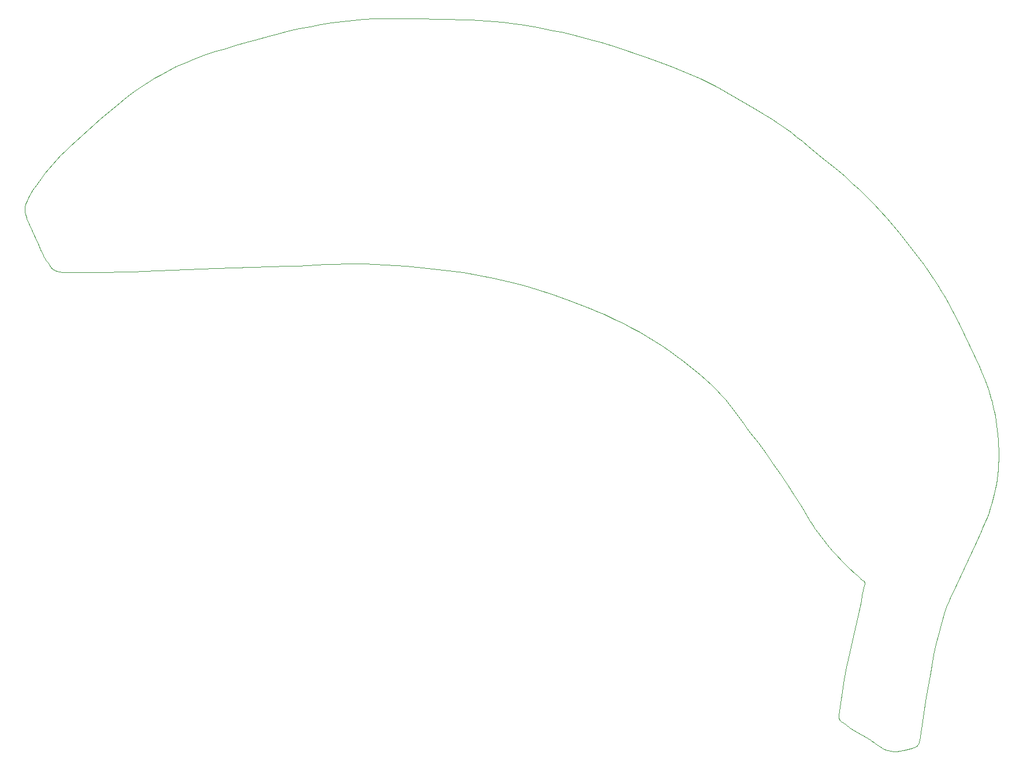
<source format=gbr>
%TF.GenerationSoftware,KiCad,Pcbnew,8.0.4-8.0.4-0~ubuntu22.04.1*%
%TF.CreationDate,2024-11-20T16:55:02+01:00*%
%TF.ProjectId,HH2025badge,48483230-3235-4626-9164-67652e6b6963,rev?*%
%TF.SameCoordinates,Original*%
%TF.FileFunction,Profile,NP*%
%FSLAX46Y46*%
G04 Gerber Fmt 4.6, Leading zero omitted, Abs format (unit mm)*
G04 Created by KiCad (PCBNEW 8.0.4-8.0.4-0~ubuntu22.04.1) date 2024-11-20 16:55:02*
%MOMM*%
%LPD*%
G01*
G04 APERTURE LIST*
%TA.AperFunction,Profile*%
%ADD10C,0.100000*%
%TD*%
G04 APERTURE END LIST*
D10*
X187853437Y-27780947D02*
X193168942Y-27863157D01*
X195499714Y-27906395D01*
X196669218Y-27944655D01*
X197839287Y-27998263D01*
X199008287Y-28070412D01*
X200174582Y-28164289D01*
X201336538Y-28283087D01*
X202492521Y-28429998D01*
X204449870Y-28720860D01*
X206401889Y-29047166D01*
X208347514Y-29411842D01*
X210285681Y-29817810D01*
X212215324Y-30267999D01*
X214135379Y-30765331D01*
X216044782Y-31312733D01*
X217942469Y-31913130D01*
X222142713Y-33334632D01*
X224227764Y-34074441D01*
X226296428Y-34852770D01*
X228343954Y-35683975D01*
X230365588Y-36582417D01*
X231365211Y-37061340D01*
X232356578Y-37562456D01*
X233339095Y-38087561D01*
X234312170Y-38638449D01*
X238604133Y-41144501D01*
X239668288Y-41785543D01*
X240724118Y-42442957D01*
X241769227Y-43122023D01*
X242801222Y-43828021D01*
X243635944Y-44437215D01*
X244455500Y-45071175D01*
X245263577Y-45723671D01*
X246063863Y-46388475D01*
X247655805Y-47730084D01*
X248454837Y-48394432D01*
X249260823Y-49046169D01*
X250389623Y-49958468D01*
X251493779Y-50894923D01*
X252573804Y-51854772D01*
X253630211Y-52837257D01*
X254663513Y-53841620D01*
X255674224Y-54867098D01*
X256662855Y-55912934D01*
X257629920Y-56978366D01*
X258575934Y-58062635D01*
X259501408Y-59164983D01*
X261292789Y-61420873D01*
X263008168Y-63739956D01*
X264651650Y-66116157D01*
X265143127Y-66869848D01*
X265619358Y-67631298D01*
X266081360Y-68399991D01*
X266530148Y-69175409D01*
X267392149Y-70744353D01*
X268213495Y-72333989D01*
X269002314Y-73940179D01*
X269766740Y-75558786D01*
X271254935Y-78816692D01*
X271534432Y-79445136D01*
X271799434Y-80077001D01*
X272049885Y-80712442D01*
X272285726Y-81351616D01*
X272506902Y-81994680D01*
X272713355Y-82641790D01*
X272905029Y-83293104D01*
X273081865Y-83948778D01*
X273243808Y-84608968D01*
X273390799Y-85273831D01*
X273522783Y-85943525D01*
X273639702Y-86618205D01*
X273741499Y-87298028D01*
X273828116Y-87983152D01*
X273899498Y-88673732D01*
X273955587Y-89369925D01*
X274000348Y-90114061D01*
X274026718Y-90853632D01*
X274034464Y-91588790D01*
X274023353Y-92319689D01*
X273993153Y-93046478D01*
X273943631Y-93769309D01*
X273874554Y-94488336D01*
X273785689Y-95203710D01*
X273676804Y-95915583D01*
X273547666Y-96624106D01*
X273398043Y-97329433D01*
X273227701Y-98031714D01*
X273036407Y-98731101D01*
X272823930Y-99427746D01*
X272590036Y-100121802D01*
X272334492Y-100813421D01*
X272136896Y-101299971D01*
X271932007Y-101780555D01*
X271721346Y-102256199D01*
X271506429Y-102727929D01*
X270634615Y-104596230D01*
X267763683Y-110819868D01*
X266867942Y-112740033D01*
X266654357Y-113227391D01*
X266452130Y-113721248D01*
X266264869Y-114223391D01*
X266177979Y-114478128D01*
X266096183Y-114735605D01*
X265641756Y-116262582D01*
X265231663Y-117799068D01*
X264861002Y-119344228D01*
X264524874Y-120897223D01*
X264218375Y-122457217D01*
X263936607Y-124023372D01*
X263427660Y-127170821D01*
X262414312Y-133505228D01*
X262395528Y-133610089D01*
X262371967Y-133709545D01*
X262358352Y-133757266D01*
X262343489Y-133803661D01*
X262327361Y-133848738D01*
X262309950Y-133892505D01*
X262291238Y-133934970D01*
X262271207Y-133976142D01*
X262249840Y-134016029D01*
X262227118Y-134054639D01*
X262203026Y-134091981D01*
X262177542Y-134128063D01*
X262150652Y-134162894D01*
X262122336Y-134196481D01*
X262092576Y-134228832D01*
X262061355Y-134259957D01*
X262028655Y-134289864D01*
X261994458Y-134318560D01*
X261958748Y-134346055D01*
X261921504Y-134372355D01*
X261882710Y-134397470D01*
X261842349Y-134421408D01*
X261800401Y-134444179D01*
X261756851Y-134465788D01*
X261711678Y-134486245D01*
X261664866Y-134505559D01*
X261616398Y-134523737D01*
X261566254Y-134540787D01*
X261514417Y-134556719D01*
X261460871Y-134571540D01*
X260118613Y-134930999D01*
X259888565Y-134979205D01*
X259660433Y-135019058D01*
X259434232Y-135050031D01*
X259209975Y-135071598D01*
X258987678Y-135083230D01*
X258767355Y-135084401D01*
X258549020Y-135074584D01*
X258332688Y-135053251D01*
X258118373Y-135019877D01*
X257906090Y-134973933D01*
X257695852Y-134914892D01*
X257487674Y-134842226D01*
X257281572Y-134755410D01*
X257077557Y-134653917D01*
X256875647Y-134537217D01*
X256675854Y-134404786D01*
X255967642Y-133909777D01*
X255791537Y-133789918D01*
X255613837Y-133671847D01*
X255433552Y-133555673D01*
X255249695Y-133441514D01*
X254816921Y-133174603D01*
X254378937Y-132923305D01*
X253500571Y-132436401D01*
X253066806Y-132185220D01*
X252852723Y-132054292D01*
X252641059Y-131918504D01*
X252432228Y-131776887D01*
X252226642Y-131628467D01*
X252024715Y-131472269D01*
X251826861Y-131307319D01*
X251664497Y-131188282D01*
X251585860Y-131130873D01*
X251507601Y-131075023D01*
X251428734Y-131020843D01*
X251348271Y-130968449D01*
X251265223Y-130917953D01*
X251178605Y-130869470D01*
X251093535Y-130820986D01*
X251015698Y-130770346D01*
X250944957Y-130717436D01*
X250912204Y-130690097D01*
X250881173Y-130662149D01*
X250851848Y-130633581D01*
X250824210Y-130604377D01*
X250798242Y-130574524D01*
X250773929Y-130544008D01*
X250751251Y-130512816D01*
X250730193Y-130480936D01*
X250710735Y-130448350D01*
X250692863Y-130415048D01*
X250676558Y-130381014D01*
X250661803Y-130346237D01*
X250648581Y-130310701D01*
X250636874Y-130274394D01*
X250626666Y-130237300D01*
X250617940Y-130199409D01*
X250610678Y-130160704D01*
X250604861Y-130121172D01*
X250597502Y-130039576D01*
X250595723Y-129954510D01*
X250599387Y-129865865D01*
X250608356Y-129773531D01*
X250835600Y-128025850D01*
X251095671Y-126271190D01*
X251384922Y-124519578D01*
X251699698Y-122781040D01*
X251929491Y-121651515D01*
X252182343Y-120527543D01*
X252724250Y-118288044D01*
X253259472Y-116046112D01*
X253503968Y-114919099D01*
X253722062Y-113785316D01*
X253789743Y-113401092D01*
X253862856Y-113018846D01*
X254020364Y-112258460D01*
X254345411Y-110741339D01*
X254370227Y-110671423D01*
X254382170Y-110634492D01*
X254393069Y-110596531D01*
X254402373Y-110557751D01*
X254409530Y-110518369D01*
X254412131Y-110498517D01*
X254413989Y-110478595D01*
X254415035Y-110458629D01*
X254415201Y-110438646D01*
X254414416Y-110418672D01*
X254412613Y-110398732D01*
X254409723Y-110378856D01*
X254405675Y-110359069D01*
X254400403Y-110339399D01*
X254393837Y-110319871D01*
X254385907Y-110300512D01*
X254376546Y-110281350D01*
X254365684Y-110262409D01*
X254353252Y-110243718D01*
X254339182Y-110225305D01*
X254323404Y-110207192D01*
X254305851Y-110189410D01*
X254286452Y-110171984D01*
X254265140Y-110154941D01*
X254241844Y-110138306D01*
X254157343Y-110083004D01*
X254076190Y-110025489D01*
X253998011Y-109965980D01*
X253922430Y-109904696D01*
X253849073Y-109841854D01*
X253777563Y-109777674D01*
X253638586Y-109646171D01*
X253366294Y-109376707D01*
X253226976Y-109242240D01*
X253155210Y-109175837D01*
X253081539Y-109110278D01*
X252069717Y-108177461D01*
X251091865Y-107216311D01*
X250149735Y-106224628D01*
X249692612Y-105716648D01*
X249245074Y-105200208D01*
X248807340Y-104675033D01*
X248379629Y-104140847D01*
X247962160Y-103597375D01*
X247555151Y-103044342D01*
X247158820Y-102481473D01*
X246773385Y-101908492D01*
X246399066Y-101325122D01*
X246036081Y-100731091D01*
X245063488Y-99143348D01*
X244073985Y-97566961D01*
X243065557Y-96003559D01*
X242036192Y-94454778D01*
X240983875Y-92922251D01*
X239906593Y-91407611D01*
X238802331Y-89912489D01*
X237669077Y-88438521D01*
X237140394Y-87741491D01*
X236620525Y-87041044D01*
X235587778Y-85641749D01*
X235065174Y-84948824D01*
X234531928Y-84264332D01*
X233983181Y-83591231D01*
X233414066Y-82932486D01*
X232664955Y-82136618D01*
X231888139Y-81371361D01*
X231087230Y-80633299D01*
X230265837Y-79919013D01*
X229427570Y-79225084D01*
X228576039Y-78548095D01*
X227714855Y-77884628D01*
X226847625Y-77231263D01*
X225781193Y-76453030D01*
X224699138Y-75706019D01*
X223601346Y-74989244D01*
X222487703Y-74301718D01*
X221358096Y-73642453D01*
X220212411Y-73010461D01*
X219050533Y-72404755D01*
X217872350Y-71824345D01*
X216992544Y-71412475D01*
X216104525Y-71023169D01*
X215209814Y-70652249D01*
X214309932Y-70295537D01*
X210689112Y-68927188D01*
X208578472Y-68163002D01*
X206452160Y-67462672D01*
X204309719Y-66827455D01*
X202150694Y-66258604D01*
X199974630Y-65757372D01*
X197781070Y-65325013D01*
X195569557Y-64962781D01*
X193339636Y-64671928D01*
X190285343Y-64330018D01*
X187223139Y-64030659D01*
X185688118Y-63906052D01*
X184149974Y-63803024D01*
X182608327Y-63725219D01*
X181062797Y-63676287D01*
X179656546Y-63653362D01*
X178252868Y-63664971D01*
X176851006Y-63702795D01*
X175450202Y-63758513D01*
X172648742Y-63890352D01*
X171246570Y-63949833D01*
X169842427Y-63993928D01*
X159258674Y-64351466D01*
X148682194Y-64772230D01*
X147220301Y-64821800D01*
X145755487Y-64854692D01*
X142821191Y-64885181D01*
X136962630Y-64908171D01*
X136812833Y-64903721D01*
X136665082Y-64893804D01*
X136519604Y-64877972D01*
X136376621Y-64855773D01*
X136236356Y-64826754D01*
X136099032Y-64790467D01*
X135964875Y-64746458D01*
X135834105Y-64694277D01*
X135706947Y-64633474D01*
X135583624Y-64563597D01*
X135464360Y-64484193D01*
X135349378Y-64394815D01*
X135238899Y-64295009D01*
X135133151Y-64184324D01*
X135032353Y-64062311D01*
X134936731Y-63928515D01*
X134660630Y-63523905D01*
X134524382Y-63319890D01*
X134390300Y-63113824D01*
X134259106Y-62905024D01*
X134131521Y-62692804D01*
X134008269Y-62476484D01*
X133890070Y-62255378D01*
X133595107Y-61614391D01*
X133304781Y-60968468D01*
X132733477Y-59663936D01*
X131596350Y-57019009D01*
X131537559Y-56876411D01*
X131484106Y-56735400D01*
X131436313Y-56595738D01*
X131394502Y-56457189D01*
X131358998Y-56319517D01*
X131330123Y-56182482D01*
X131308201Y-56045848D01*
X131293553Y-55909377D01*
X131286504Y-55772833D01*
X131287377Y-55635977D01*
X131296494Y-55498573D01*
X131314178Y-55360383D01*
X131340752Y-55221170D01*
X131376540Y-55080696D01*
X131421865Y-54938725D01*
X131477048Y-54795019D01*
X131642572Y-54402873D01*
X131820669Y-54019089D01*
X132011755Y-53643817D01*
X132216251Y-53277212D01*
X132434574Y-52919426D01*
X132667140Y-52570609D01*
X132788896Y-52399613D01*
X132914370Y-52230915D01*
X133043614Y-52064537D01*
X133176681Y-51900496D01*
X133687651Y-51166623D01*
X134224449Y-50450196D01*
X134785253Y-49751025D01*
X135368237Y-49068919D01*
X135971580Y-48403687D01*
X136593457Y-47755138D01*
X137232046Y-47123084D01*
X137885522Y-46507331D01*
X139676000Y-44859191D01*
X141486230Y-43229598D01*
X142400745Y-42426032D01*
X143322589Y-41632231D01*
X144252559Y-40849904D01*
X145191451Y-40080764D01*
X145895580Y-39517951D01*
X146608423Y-38970851D01*
X147330112Y-38439747D01*
X148060781Y-37924925D01*
X148800564Y-37426670D01*
X149549592Y-36945267D01*
X150307999Y-36481000D01*
X151075917Y-36034155D01*
X151853479Y-35605017D01*
X152640819Y-35193871D01*
X153438069Y-34801002D01*
X154245363Y-34426694D01*
X155062832Y-34071233D01*
X155890611Y-33734903D01*
X156728832Y-33417990D01*
X157577627Y-33120779D01*
X159115785Y-32613130D01*
X160658954Y-32122920D01*
X162206982Y-31650570D01*
X163759716Y-31196494D01*
X165317005Y-30761113D01*
X166878696Y-30344842D01*
X168444635Y-29948100D01*
X170014671Y-29571305D01*
X171558132Y-29221354D01*
X173107701Y-28900127D01*
X174663417Y-28611422D01*
X176225317Y-28359040D01*
X177793437Y-28146777D01*
X179367812Y-27978434D01*
X180948479Y-27857809D01*
X182535476Y-27788702D01*
X183864535Y-27766495D01*
X185194008Y-27760054D01*
X187853437Y-27780947D01*
M02*

</source>
